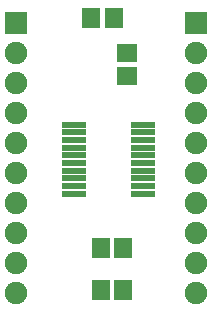
<source format=gts>
G04 DipTrace 3.0.0.2*
G04 MSP4302311_20.gts*
%MOIN*%
G04 #@! TF.FileFunction,Soldermask,Top*
G04 #@! TF.Part,Single*
%ADD27R,0.078866X0.023748*%
%ADD29C,0.074929*%
%ADD31R,0.074929X0.074929*%
%ADD33R,0.067055X0.059181*%
%ADD35R,0.059181X0.067055*%
%FSLAX26Y26*%
G04*
G70*
G90*
G75*
G01*
G04 TopMask*
%LPD*%
D35*
X850054Y656500D3*
X775251D3*
X850249Y794000D3*
X775446D3*
D33*
X862751Y1369000D3*
Y1443803D3*
D31*
X494000Y1544000D3*
D29*
Y1444000D3*
Y1344000D3*
Y1244000D3*
Y1144000D3*
Y1044000D3*
Y944000D3*
Y844000D3*
Y744000D3*
Y644000D3*
D31*
X1094000Y1544000D3*
D29*
Y1444000D3*
Y1344000D3*
Y1244000D3*
Y1144000D3*
Y1044000D3*
Y944000D3*
Y844000D3*
Y744000D3*
Y644000D3*
D35*
X819000Y1562751D3*
X744197D3*
D27*
X687749Y1206500D3*
Y1180909D3*
Y1155319D3*
Y1129728D3*
Y1104138D3*
Y1078547D3*
Y1052957D3*
Y1027366D3*
Y1001776D3*
Y976185D3*
X916104D3*
X916096Y1001776D3*
Y1027366D3*
Y1052957D3*
Y1078547D3*
Y1104138D3*
Y1129728D3*
Y1155319D3*
Y1180909D3*
Y1206500D3*
M02*

</source>
